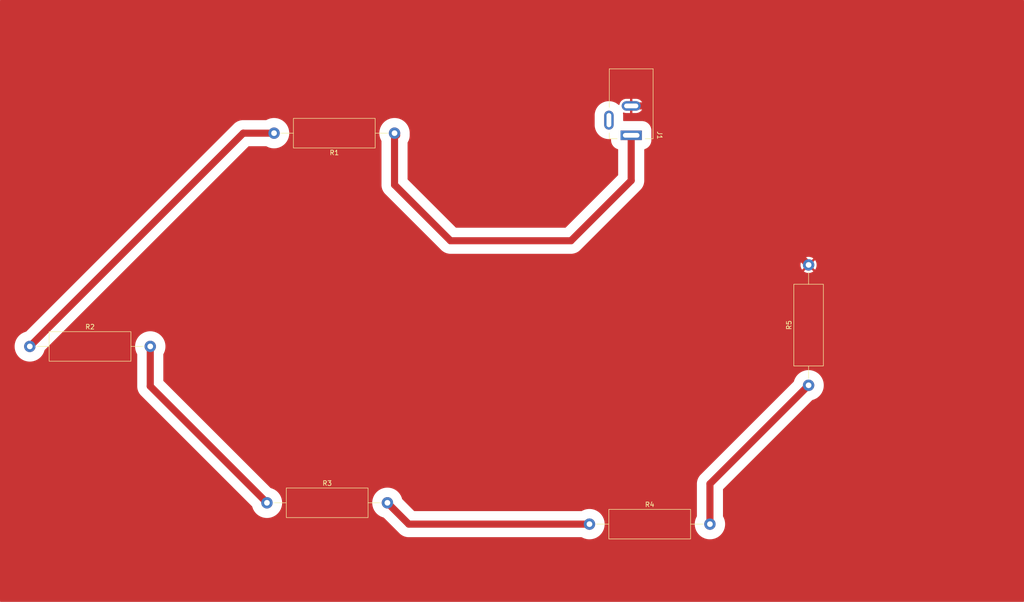
<source format=kicad_pcb>
(kicad_pcb (version 20241229) (generator "pcbnew") (generator_version "9.0")
  (layers (0 "F.Cu" signal) (2 "B.Cu" signal) (13 "F.Paste" user) (15 "B.Paste" user) (5 "F.SilkS" user "F.Silkscreen") (7 "B.SilkS" user "B.Silkscreen") (1 "F.Mask" user) (3 "B.Mask" user) (25 "Edge.Cuts" user))
  (net 0 "")
  (net 1 "Net-(J1-Pad1)")
  (net 3 "Net-(R1-Pad2)")
  (net 4 "Net-(R2-Pad2)")
  (net 5 "Net-(R3-Pad2)")
  (net 6 "Net-(R4-Pad2)")
  (net 7 "GND")
  (footprint "Resistor_THT:R_Axial_DIN0617_L17.0mm_D6.0mm_P25.40mm_Horizontal" (layer "F.Cu") (at 202.5 106.7 90)
    (property "Reference" "R5" (at 12.7 -4.12 90) (layer "F.SilkS"))
    (property "Value" "R")
    (fp_line (start 23.96 0) (end 21.32 0) (stroke (width 0.12)) (layer "F.SilkS"))
    (fp_line (start 1.44 0) (end 4.08 0) (stroke (width 0.12)) (layer "F.SilkS"))
    (fp_rect (start 4.08 -3.12) (end 21.32 3.12) (stroke (width 0.12)) (fill no) (layer "F.SilkS"))
    (pad "1" thru_hole circle (at 0 0 90) (size 2.4 2.4) (drill 1.2) (layers "*.Cu" "*.Mask") (net 6 "Net-(R4-Pad2)"))
    (pad "2" thru_hole circle (at 25.4 0 90) (size 2.4 2.4) (drill 1.2) (layers "*.Cu" "*.Mask") (net 7 "GND"))
  )
  (footprint "Connector_BarrelJack:BarrelJack_Kycon_KLDX-0202-xC_Horizontal" (layer "F.Cu") (at 165.1 53.95 -90)
    (property "Reference" "J1" (at 0 -6 270) (layer "F.SilkS"))
    (property "Value" "Barrel_Jack_Switch")
    (fp_line (start -14.02 4.62) (end -5.9 4.62) (stroke (width 0.12)) (layer "F.SilkS"))
    (fp_line (start -0.5 4.62) (end 0.72 4.62) (stroke (width 0.12)) (layer "F.SilkS"))
    (fp_line (start 0.72 4.62) (end 0.72 2.95) (stroke (width 0.12)) (layer "F.SilkS"))
    (fp_line (start 0.72 -2.95) (end 0.72 -4.62) (stroke (width 0.12)) (layer "F.SilkS"))
    (fp_line (start -14.02 -4.62) (end -14.02 4.62) (stroke (width 0.12)) (layer "F.SilkS"))
    (fp_line (start 0.72 -4.62) (end -14.02 -4.62) (stroke (width 0.12)) (layer "F.SilkS"))
    (pad "1" thru_hole rect (at 0 0 270) (size 2 4.5) (drill oval 1 3.5) (layers "*.Cu" "*.Mask") (net 1 "Net-(J1-Pad1)"))
    (pad "2" thru_hole oval (at -6.2 0 270) (size 2 4) (drill oval 1 3) (layers "*.Cu" "*.Mask") (net 7 "GND"))
    (pad "3" thru_hole oval (at -3.2 4.7) (size 2 4) (drill oval 1 3) (layers "*.Cu" "*.Mask"))
  )
  (footprint "Resistor_THT:R_Axial_DIN0617_L17.0mm_D6.0mm_P25.40mm_Horizontal" (layer "F.Cu") (at 115.2 53.5 180)
    (property "Reference" "R1" (at 12.7 -4.12 0) (layer "F.SilkS"))
    (property "Value" "R")
    (fp_line (start 23.96 0) (end 21.32 0) (stroke (width 0.12)) (layer "F.SilkS"))
    (fp_line (start 1.44 0) (end 4.08 0) (stroke (width 0.12)) (layer "F.SilkS"))
    (fp_rect (start 4.08 -3.12) (end 21.32 3.12) (stroke (width 0.12)) (fill no) (layer "F.SilkS"))
    (pad "1" thru_hole circle (at 0 0 180) (size 2.4 2.4) (drill 1.2) (layers "*.Cu" "*.Mask") (net 1 "Net-(J1-Pad1)"))
    (pad "2" thru_hole circle (at 25.4 0 180) (size 2.4 2.4) (drill 1.2) (layers "*.Cu" "*.Mask") (net 3 "Net-(R1-Pad2)"))
  )
  (footprint "Resistor_THT:R_Axial_DIN0617_L17.0mm_D6.0mm_P25.40mm_Horizontal" (layer "F.Cu") (at 88.3 131.5)
    (property "Reference" "R3" (at 12.7 -4.12 0) (layer "F.SilkS"))
    (property "Value" "R")
    (fp_line (start 1.44 0) (end 4.08 0) (stroke (width 0.12)) (layer "F.SilkS"))
    (fp_line (start 23.96 0) (end 21.32 0) (stroke (width 0.12)) (layer "F.SilkS"))
    (fp_rect (start 4.08 -3.12) (end 21.32 3.12) (stroke (width 0.12)) (fill no) (layer "F.SilkS"))
    (pad "1" thru_hole circle (at 0 0) (size 2.4 2.4) (drill 1.2) (layers "*.Cu" "*.Mask") (net 4 "Net-(R2-Pad2)"))
    (pad "2" thru_hole circle (at 25.4 0) (size 2.4 2.4) (drill 1.2) (layers "*.Cu" "*.Mask") (net 5 "Net-(R3-Pad2)"))
  )
  (footprint "Resistor_THT:R_Axial_DIN0617_L17.0mm_D6.0mm_P25.40mm_Horizontal" (layer "F.Cu") (at 38.3 98.5)
    (property "Reference" "R2" (at 12.7 -4.12 0) (layer "F.SilkS"))
    (property "Value" "R")
    (fp_line (start 1.44 0) (end 4.08 0) (stroke (width 0.12)) (layer "F.SilkS"))
    (fp_line (start 23.96 0) (end 21.32 0) (stroke (width 0.12)) (layer "F.SilkS"))
    (fp_rect (start 4.08 -3.12) (end 21.32 3.12) (stroke (width 0.12)) (fill no) (layer "F.SilkS"))
    (pad "1" thru_hole circle (at 0 0) (size 2.4 2.4) (drill 1.2) (layers "*.Cu" "*.Mask") (net 3 "Net-(R1-Pad2)"))
    (pad "2" thru_hole circle (at 25.4 0) (size 2.4 2.4) (drill 1.2) (layers "*.Cu" "*.Mask") (net 4 "Net-(R2-Pad2)"))
  )
  (footprint "Resistor_THT:R_Axial_DIN0617_L17.0mm_D6.0mm_P25.40mm_Horizontal" (layer "F.Cu") (at 156.3 136)
    (property "Reference" "R4" (at 12.7 -4.12 0) (layer "F.SilkS"))
    (property "Value" "R")
    (fp_line (start 1.44 0) (end 4.08 0) (stroke (width 0.12)) (layer "F.SilkS"))
    (fp_line (start 23.96 0) (end 21.32 0) (stroke (width 0.12)) (layer "F.SilkS"))
    (fp_rect (start 4.08 -3.12) (end 21.32 3.12) (stroke (width 0.12)) (fill no) (layer "F.SilkS"))
    (pad "1" thru_hole circle (at 0 0) (size 2.4 2.4) (drill 1.2) (layers "*.Cu" "*.Mask") (net 5 "Net-(R3-Pad2)"))
    (pad "2" thru_hole circle (at 25.4 0) (size 2.4 2.4) (drill 1.2) (layers "*.Cu" "*.Mask") (net 6 "Net-(R4-Pad2)"))
  )
  (segment (start 115.2 53.5) (end 115.2 64.4) (width 1.5) (layer "F.Cu") (net 1))
  (segment (start 152.4 76.2) (end 165.1 63.5) (width 1.5) (layer "F.Cu") (net 1))
  (segment (start 165.1 63.5) (end 165.1 53.95) (width 1.5) (layer "F.Cu") (net 1))
  (segment (start 115.2 53.5) (end 115.65 53.95) (width 1.5) (layer "F.Cu") (net 1))
  (segment (start 115.2 64.4) (end 127 76.2) (width 1.5) (layer "F.Cu") (net 1))
  (segment (start 127 76.2) (end 152.4 76.2) (width 1.5) (layer "F.Cu") (net 1))
  (segment (start 164.65 53.5) (end 165.1 53.95) (width 0.2) (layer "B.Cu") (net 1))
  (segment (start 89.8 53.5) (end 83.3 53.5) (width 1.5) (layer "F.Cu") (net 3))
  (segment (start 83.3 53.5) (end 38.3 98.5) (width 1.5) (layer "F.Cu") (net 3))
  (segment (start 63.7 106.9) (end 63.7 98.5) (width 1.5) (layer "F.Cu") (net 4))
  (segment (start 88.3 131.5) (end 63.7 106.9) (width 1.5) (layer "F.Cu") (net 4))
  (segment (start 118.2 136) (end 113.7 131.5) (width 1.5) (layer "F.Cu") (net 5))
  (segment (start 156.3 136) (end 118.2 136) (width 1.5) (layer "F.Cu") (net 5))
  (segment (start 181.7 127.5) (end 181.7 136) (width 1.5) (layer "F.Cu") (net 6))
  (segment (start 202.5 106.7) (end 181.7 127.5) (width 1.5) (layer "F.Cu") (net 6))
  (segment (start 165.1 47.75) (end 168.95 47.75) (width 1.5) (layer "F.Cu") (net 7))
  (segment (start 168.95 47.75) (end 202.5 81.3) (width 1.5) (layer "F.Cu") (net 7))
  (zone (net 7) (net_name "GND") (layer "F.Cu") (connect_pads (clearance 0.5)) (min_thickness 0.25) (fill yes (thermal_gap 0.5) (thermal_bridge_width 0.5))
    (polygon (pts (xy 32.017153 25.4) (xy 247.917153 25.4) (xy 247.917153 152.4) (xy 32.017153 152.4)))
  )
)
</source>
